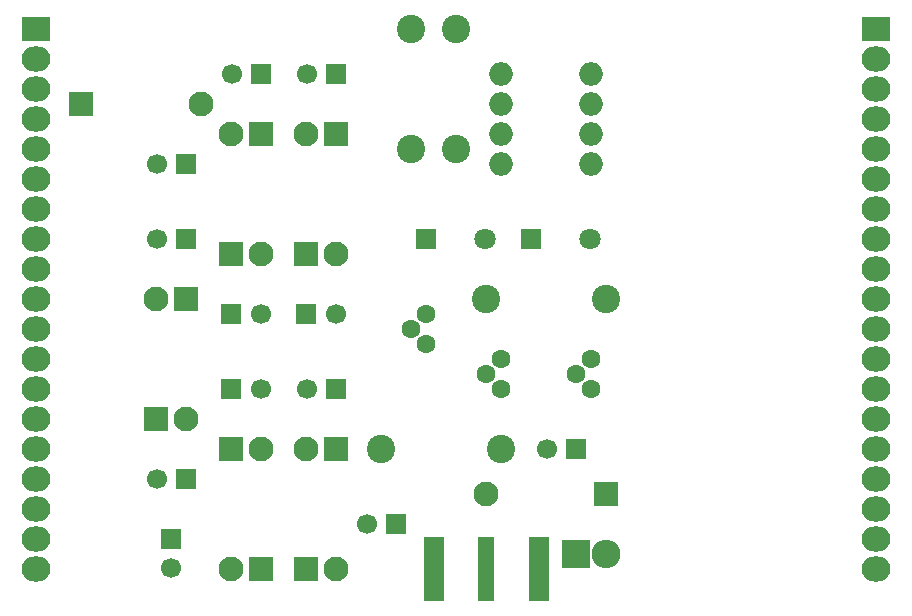
<source format=gbr>
G04 #@! TF.FileFunction,Soldermask,Top*
%FSLAX46Y46*%
G04 Gerber Fmt 4.6, Leading zero omitted, Abs format (unit mm)*
G04 Created by KiCad (PCBNEW 4.0.3+e1-6302~38~ubuntu16.04.1-stable) date Thu Aug 25 17:14:47 2016*
%MOMM*%
%LPD*%
G01*
G04 APERTURE LIST*
%ADD10C,0.100000*%
%ADD11R,1.800000X1.800000*%
%ADD12C,1.800000*%
%ADD13C,2.099260*%
%ADD14R,2.099260X2.099260*%
%ADD15C,2.398980*%
%ADD16O,2.000000X2.000000*%
%ADD17R,1.700000X1.700000*%
%ADD18C,1.700000*%
%ADD19C,1.600000*%
%ADD20R,2.432000X2.432000*%
%ADD21O,2.432000X2.432000*%
%ADD22R,2.432000X2.127200*%
%ADD23O,2.432000X2.127200*%
%ADD24R,1.670000X5.480000*%
%ADD25R,1.416000X5.480000*%
G04 APERTURE END LIST*
D10*
D11*
X115570000Y-53340000D03*
D12*
X120570000Y-53340000D03*
D11*
X106680000Y-53340000D03*
D12*
X111680000Y-53340000D03*
D13*
X111759480Y-74932540D03*
D14*
X121919480Y-74932540D03*
D13*
X99062540Y-81280520D03*
D14*
X99062540Y-71120520D03*
D13*
X96517460Y-71119480D03*
D14*
X96517460Y-81279480D03*
D13*
X99062540Y-54610520D03*
D14*
X99062540Y-44450520D03*
D13*
X96517460Y-44449480D03*
D14*
X96517460Y-54609480D03*
D13*
X90167460Y-44449480D03*
D14*
X90167460Y-54609480D03*
D13*
X92712540Y-54610520D03*
D14*
X92712540Y-44450520D03*
D13*
X92707460Y-71119480D03*
D14*
X92707460Y-81279480D03*
D13*
X90172540Y-81280520D03*
D14*
X90172540Y-71120520D03*
D13*
X86362540Y-68580520D03*
D14*
X86362540Y-58420520D03*
D13*
X83817460Y-58419480D03*
D14*
X83817460Y-68579480D03*
D13*
X87630520Y-41907460D03*
D14*
X77470520Y-41907460D03*
D15*
X105410000Y-35560000D03*
X105410000Y-45720000D03*
X109220000Y-35560000D03*
X109220000Y-45720000D03*
X111760000Y-58420000D03*
X121920000Y-58420000D03*
X113030000Y-71120000D03*
X102870000Y-71120000D03*
D16*
X113030000Y-39370000D03*
X113030000Y-41910000D03*
X113030000Y-44450000D03*
X113030000Y-46990000D03*
X120650000Y-46990000D03*
X120650000Y-44450000D03*
X120650000Y-41910000D03*
X120650000Y-39370000D03*
D17*
X86360000Y-46990000D03*
D18*
X83860000Y-46990000D03*
D17*
X86360000Y-53340000D03*
D18*
X83860000Y-53340000D03*
D17*
X86360000Y-73660000D03*
D18*
X83860000Y-73660000D03*
D17*
X85090000Y-78740000D03*
D18*
X85090000Y-81240000D03*
D17*
X90170000Y-66040000D03*
D18*
X92670000Y-66040000D03*
D17*
X90170000Y-59690000D03*
D18*
X92670000Y-59690000D03*
D17*
X92710000Y-39370000D03*
D18*
X90210000Y-39370000D03*
D17*
X99060000Y-39370000D03*
D18*
X96560000Y-39370000D03*
D17*
X96520000Y-59690000D03*
D18*
X99020000Y-59690000D03*
D17*
X99060000Y-66040000D03*
D18*
X96560000Y-66040000D03*
D17*
X104140000Y-77470000D03*
D18*
X101640000Y-77470000D03*
D17*
X119380000Y-71120000D03*
D18*
X116880000Y-71120000D03*
D19*
X106680000Y-59690000D03*
X105410000Y-60960000D03*
X106680000Y-62230000D03*
X120650000Y-63500000D03*
X119380000Y-64770000D03*
X120650000Y-66040000D03*
X113030000Y-63500000D03*
X111760000Y-64770000D03*
X113030000Y-66040000D03*
D20*
X119380000Y-80010000D03*
D21*
X121920000Y-80010000D03*
D22*
X73660000Y-35560000D03*
D23*
X73660000Y-38100000D03*
X73660000Y-40640000D03*
X73660000Y-43180000D03*
X73660000Y-45720000D03*
X73660000Y-48260000D03*
X73660000Y-50800000D03*
X73660000Y-53340000D03*
X73660000Y-55880000D03*
X73660000Y-58420000D03*
X73660000Y-60960000D03*
X73660000Y-63500000D03*
X73660000Y-66040000D03*
X73660000Y-68580000D03*
X73660000Y-71120000D03*
X73660000Y-73660000D03*
X73660000Y-76200000D03*
X73660000Y-78740000D03*
X73660000Y-81280000D03*
D22*
X144780000Y-35560000D03*
D23*
X144780000Y-38100000D03*
X144780000Y-40640000D03*
X144780000Y-43180000D03*
X144780000Y-45720000D03*
X144780000Y-48260000D03*
X144780000Y-50800000D03*
X144780000Y-53340000D03*
X144780000Y-55880000D03*
X144780000Y-58420000D03*
X144780000Y-60960000D03*
X144780000Y-63500000D03*
X144780000Y-66040000D03*
X144780000Y-68580000D03*
X144780000Y-71120000D03*
X144780000Y-73660000D03*
X144780000Y-76200000D03*
X144780000Y-78740000D03*
X144780000Y-81280000D03*
D24*
X107315000Y-81280000D03*
X116205000Y-81280000D03*
D25*
X111760000Y-81280000D03*
M02*

</source>
